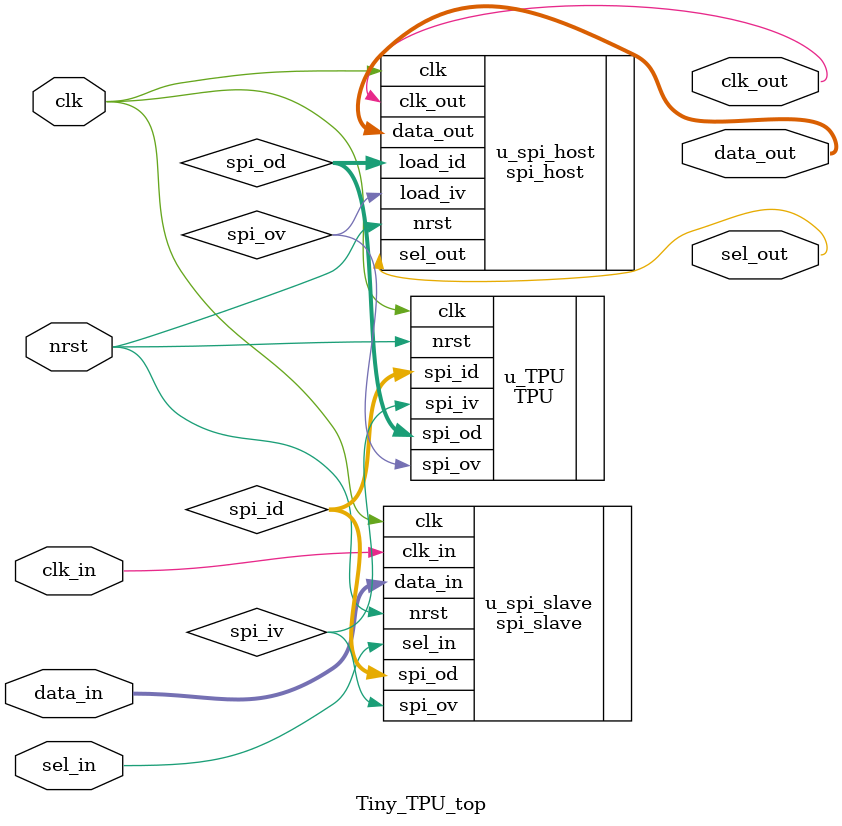
<source format=sv>
`default_nettype none

module Tiny_TPU_top#(
    parameter DATA_WIDTH = 8,// output 1 byte(8-bit) at one spi_clk cycle
    parameter BIT_DUR = 2,
    parameter INPUT_BYTE_STORE = 250, // maximum store data in interface before send data
    parameter OUTPUT_BYTE_STORE = 2
)( 
    input wire clk, 
    input wire nrst,
    
    // spi input
    input wire clk_in,
    input wire sel_in,
    input wire [DATA_WIDTH-1:0] data_in,

    // spi output
    output logic clk_out,
    output logic sel_out,
    output logic [DATA_WIDTH-1:0] data_out
);


    logic spi_iv;
    logic [DATA_WIDTH-1:0] spi_id; 
    logic spi_ov;
    logic [DATA_WIDTH-1:0] spi_od;

    spi_host#(
        .DATA_WIDTH    ( DATA_WIDTH ),
        .BIT_DUR       ( BIT_DUR ),
        .BYTE_STORE    ( OUTPUT_BYTE_STORE )
    )u_spi_host(
        .clk           ( clk           ),
        .nrst          ( nrst          ),
        .load_iv       ( spi_ov       ),
        .load_id       ( spi_od       ),
        .clk_out       ( clk_out ),
        .sel_out       ( sel_out ),
        .data_out      (  data_out  )
    );

    spi_slave#(
        .DATA_WIDTH   ( 8 ),
        .BIT_DUR      ( 2 ),
        .BYTE_STORE   ( INPUT_BYTE_STORE )
    )u_spi_slave(
        .clk          ( clk          ),
        .nrst         ( nrst         ),
        .clk_in       ( clk_in       ),
        .sel_in       ( sel_in       ),
        .data_in      ( data_in      ),

        .spi_ov       ( spi_iv  ),
        .spi_od       ( spi_id    )
    );


    TPU#(
        .WIDTH         ( 8 ),
        .HEIGHT        ( 8 ),
        .DATA_WIDTH    ( 8 ),
        .PC_ADDR_WIDTH ( 12 ),
        .MOVE_WIDTH    ( 16 ),
        .MAX_MOVES     ( 220 ),
        .GRID_HEADER   ( 8'b11_01_01_01 ),
        .MOVE_HEADER   ( 8'b11_10_10_10 ),
        .INSTR_FILE    ( "" ),
        .MAIN_MEM_FILE ( "" )
    )u_TPU(
        .clk           ( clk           ),
        .nrst          ( nrst          ),

        .spi_iv        ( spi_iv        ),
        .spi_id        ( spi_id        ),
        
        .spi_ov        ( spi_ov  ),
        .spi_od        ( spi_od  )
    );



    endmodule

    `default_nettype wire
</source>
